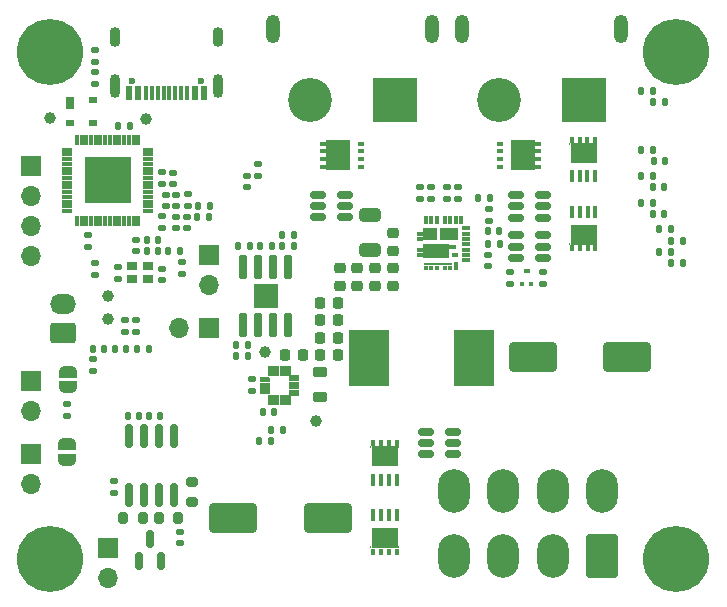
<source format=gbr>
%TF.GenerationSoftware,KiCad,Pcbnew,(7.0.0)*%
%TF.CreationDate,2023-09-07T01:40:49+01:00*%
%TF.ProjectId,PDU,5044552e-6b69-4636-9164-5f7063625858,rev?*%
%TF.SameCoordinates,Original*%
%TF.FileFunction,Soldermask,Top*%
%TF.FilePolarity,Negative*%
%FSLAX46Y46*%
G04 Gerber Fmt 4.6, Leading zero omitted, Abs format (unit mm)*
G04 Created by KiCad (PCBNEW (7.0.0)) date 2023-09-07 01:40:49*
%MOMM*%
%LPD*%
G01*
G04 APERTURE LIST*
G04 Aperture macros list*
%AMRoundRect*
0 Rectangle with rounded corners*
0 $1 Rounding radius*
0 $2 $3 $4 $5 $6 $7 $8 $9 X,Y pos of 4 corners*
0 Add a 4 corners polygon primitive as box body*
4,1,4,$2,$3,$4,$5,$6,$7,$8,$9,$2,$3,0*
0 Add four circle primitives for the rounded corners*
1,1,$1+$1,$2,$3*
1,1,$1+$1,$4,$5*
1,1,$1+$1,$6,$7*
1,1,$1+$1,$8,$9*
0 Add four rect primitives between the rounded corners*
20,1,$1+$1,$2,$3,$4,$5,0*
20,1,$1+$1,$4,$5,$6,$7,0*
20,1,$1+$1,$6,$7,$8,$9,0*
20,1,$1+$1,$8,$9,$2,$3,0*%
%AMFreePoly0*
4,1,19,0.500000,-0.750000,0.000000,-0.750000,0.000000,-0.744911,-0.071157,-0.744911,-0.207708,-0.704816,-0.327430,-0.627875,-0.420627,-0.520320,-0.479746,-0.390866,-0.500000,-0.250000,-0.500000,0.250000,-0.479746,0.390866,-0.420627,0.520320,-0.327430,0.627875,-0.207708,0.704816,-0.071157,0.744911,0.000000,0.744911,0.000000,0.750000,0.500000,0.750000,0.500000,-0.750000,0.500000,-0.750000,
$1*%
%AMFreePoly1*
4,1,19,0.000000,0.744911,0.071157,0.744911,0.207708,0.704816,0.327430,0.627875,0.420627,0.520320,0.479746,0.390866,0.500000,0.250000,0.500000,-0.250000,0.479746,-0.390866,0.420627,-0.520320,0.327430,-0.627875,0.207708,-0.704816,0.071157,-0.744911,0.000000,-0.744911,0.000000,-0.750000,-0.500000,-0.750000,-0.500000,0.750000,0.000000,0.750000,0.000000,0.744911,0.000000,0.744911,
$1*%
G04 Aperture macros list end*
%ADD10C,0.010000*%
%ADD11RoundRect,0.135000X0.185000X-0.135000X0.185000X0.135000X-0.185000X0.135000X-0.185000X-0.135000X0*%
%ADD12RoundRect,0.140000X-0.140000X-0.170000X0.140000X-0.170000X0.140000X0.170000X-0.140000X0.170000X0*%
%ADD13RoundRect,0.225000X0.225000X0.250000X-0.225000X0.250000X-0.225000X-0.250000X0.225000X-0.250000X0*%
%ADD14RoundRect,0.225000X-0.250000X0.225000X-0.250000X-0.225000X0.250000X-0.225000X0.250000X0.225000X0*%
%ADD15R,0.550000X0.300000*%
%ADD16R,0.300000X0.450000*%
%ADD17R,0.300000X0.725000*%
%ADD18R,0.725000X0.300000*%
%ADD19R,1.575000X1.050000*%
%ADD20R,1.150000X1.050000*%
%ADD21R,2.175000X1.200000*%
%ADD22R,0.580000X0.380000*%
%ADD23R,0.650000X0.455000*%
%ADD24R,2.350000X0.275000*%
%ADD25R,0.405000X0.990000*%
%ADD26R,0.405000X0.510000*%
%ADD27R,2.235000X1.725000*%
%ADD28R,0.077000X0.250000*%
%ADD29RoundRect,0.135000X-0.135000X-0.185000X0.135000X-0.185000X0.135000X0.185000X-0.135000X0.185000X0*%
%ADD30R,0.700000X1.000000*%
%ADD31R,0.700000X0.600000*%
%ADD32RoundRect,0.135000X-0.185000X0.135000X-0.185000X-0.135000X0.185000X-0.135000X0.185000X0.135000X0*%
%ADD33RoundRect,0.135000X0.135000X0.185000X-0.135000X0.185000X-0.135000X-0.185000X0.135000X-0.185000X0*%
%ADD34RoundRect,0.150000X-0.512500X-0.150000X0.512500X-0.150000X0.512500X0.150000X-0.512500X0.150000X0*%
%ADD35R,0.600000X0.400000*%
%ADD36R,0.550000X0.400000*%
%ADD37R,2.030000X2.650000*%
%ADD38C,0.600000*%
%ADD39R,0.600000X1.160000*%
%ADD40R,0.300000X1.160000*%
%ADD41O,0.900000X2.000000*%
%ADD42O,0.900000X1.700000*%
%ADD43C,1.000000*%
%ADD44RoundRect,0.150000X-0.150000X0.825000X-0.150000X-0.825000X0.150000X-0.825000X0.150000X0.825000X0*%
%ADD45RoundRect,0.250000X0.850000X0.600000X-0.850000X0.600000X-0.850000X-0.600000X0.850000X-0.600000X0*%
%ADD46O,2.200000X1.700000*%
%ADD47R,3.716000X3.716000*%
%ADD48C,3.716000*%
%ADD49O,1.200000X2.400000*%
%ADD50R,1.700000X1.700000*%
%ADD51O,1.700000X1.700000*%
%ADD52RoundRect,0.147500X0.147500X0.172500X-0.147500X0.172500X-0.147500X-0.172500X0.147500X-0.172500X0*%
%ADD53RoundRect,0.140000X0.170000X-0.140000X0.170000X0.140000X-0.170000X0.140000X-0.170000X-0.140000X0*%
%ADD54RoundRect,0.147500X-0.172500X0.147500X-0.172500X-0.147500X0.172500X-0.147500X0.172500X0.147500X0*%
%ADD55RoundRect,0.140000X0.140000X0.170000X-0.140000X0.170000X-0.140000X-0.170000X0.140000X-0.170000X0*%
%ADD56RoundRect,0.140000X-0.170000X0.140000X-0.170000X-0.140000X0.170000X-0.140000X0.170000X0.140000X0*%
%ADD57C,5.600000*%
%ADD58RoundRect,0.225000X-0.225000X-0.250000X0.225000X-0.250000X0.225000X0.250000X-0.225000X0.250000X0*%
%ADD59RoundRect,0.200000X-0.200000X-0.275000X0.200000X-0.275000X0.200000X0.275000X-0.200000X0.275000X0*%
%ADD60RoundRect,0.218750X0.381250X-0.218750X0.381250X0.218750X-0.381250X0.218750X-0.381250X-0.218750X0*%
%ADD61RoundRect,0.200000X0.275000X-0.200000X0.275000X0.200000X-0.275000X0.200000X-0.275000X-0.200000X0*%
%ADD62FreePoly0,90.000000*%
%ADD63FreePoly1,90.000000*%
%ADD64RoundRect,0.147500X0.172500X-0.147500X0.172500X0.147500X-0.172500X0.147500X-0.172500X-0.147500X0*%
%ADD65RoundRect,0.006600X0.398400X0.103400X-0.398400X0.103400X-0.398400X-0.103400X0.398400X-0.103400X0*%
%ADD66RoundRect,0.022000X0.088000X0.383000X-0.088000X0.383000X-0.088000X-0.383000X0.088000X-0.383000X0*%
%ADD67R,4.000000X4.000000*%
%ADD68FreePoly0,270.000000*%
%ADD69FreePoly1,270.000000*%
%ADD70RoundRect,0.147500X-0.147500X-0.172500X0.147500X-0.172500X0.147500X0.172500X-0.147500X0.172500X0*%
%ADD71R,0.900000X0.800000*%
%ADD72RoundRect,0.150000X0.512500X0.150000X-0.512500X0.150000X-0.512500X-0.150000X0.512500X-0.150000X0*%
%ADD73RoundRect,0.250001X1.099999X1.599999X-1.099999X1.599999X-1.099999X-1.599999X1.099999X-1.599999X0*%
%ADD74O,2.700000X3.700000*%
%ADD75RoundRect,0.250000X1.750000X1.000000X-1.750000X1.000000X-1.750000X-1.000000X1.750000X-1.000000X0*%
%ADD76R,0.400000X0.450000*%
%ADD77R,0.500000X0.450000*%
%ADD78RoundRect,0.250000X-0.650000X0.325000X-0.650000X-0.325000X0.650000X-0.325000X0.650000X0.325000X0*%
%ADD79RoundRect,0.150000X0.150000X-0.587500X0.150000X0.587500X-0.150000X0.587500X-0.150000X-0.587500X0*%
%ADD80RoundRect,0.042000X0.258000X-0.943000X0.258000X0.943000X-0.258000X0.943000X-0.258000X-0.943000X0*%
%ADD81R,2.150000X2.150000*%
%ADD82R,3.350000X4.700000*%
G04 APERTURE END LIST*
%TO.C,U4*%
G36*
X88485000Y-54920000D02*
G01*
X87760000Y-54920000D01*
X87760000Y-54520000D01*
X88485000Y-54520000D01*
X88485000Y-54920000D01*
G37*
D10*
X88485000Y-54920000D02*
X87760000Y-54920000D01*
X87760000Y-54520000D01*
X88485000Y-54520000D01*
X88485000Y-54920000D01*
G36*
X88485000Y-55420000D02*
G01*
X87760000Y-55420000D01*
X87760000Y-55020000D01*
X88485000Y-55020000D01*
X88485000Y-55420000D01*
G37*
X88485000Y-55420000D02*
X87760000Y-55420000D01*
X87760000Y-55020000D01*
X88485000Y-55020000D01*
X88485000Y-55420000D01*
G36*
X88810000Y-53845000D02*
G01*
X88410000Y-53845000D01*
X88410000Y-53120000D01*
X88810000Y-53120000D01*
X88810000Y-53845000D01*
G37*
X88810000Y-53845000D02*
X88410000Y-53845000D01*
X88410000Y-53120000D01*
X88810000Y-53120000D01*
X88810000Y-53845000D01*
G36*
X88810000Y-56320000D02*
G01*
X88410000Y-56320000D01*
X88410000Y-55595000D01*
X88810000Y-55595000D01*
X88810000Y-56320000D01*
G37*
X88810000Y-56320000D02*
X88410000Y-56320000D01*
X88410000Y-55595000D01*
X88810000Y-55595000D01*
X88810000Y-56320000D01*
G36*
X89310000Y-53845000D02*
G01*
X88910000Y-53845000D01*
X88910000Y-53120000D01*
X89310000Y-53120000D01*
X89310000Y-53845000D01*
G37*
X89310000Y-53845000D02*
X88910000Y-53845000D01*
X88910000Y-53120000D01*
X89310000Y-53120000D01*
X89310000Y-53845000D01*
G36*
X89310000Y-56320000D02*
G01*
X88910000Y-56320000D01*
X88910000Y-55595000D01*
X89310000Y-55595000D01*
X89310000Y-56320000D01*
G37*
X89310000Y-56320000D02*
X88910000Y-56320000D01*
X88910000Y-55595000D01*
X89310000Y-55595000D01*
X89310000Y-56320000D01*
G36*
X90960000Y-54945000D02*
G01*
X90235000Y-54945000D01*
X90235000Y-54495000D01*
X90960000Y-54495000D01*
X90960000Y-54945000D01*
G37*
X90960000Y-54945000D02*
X90235000Y-54945000D01*
X90235000Y-54495000D01*
X90960000Y-54495000D01*
X90960000Y-54945000D01*
G36*
X88485000Y-54155000D02*
G01*
X88485000Y-54420000D01*
X87760000Y-54420000D01*
X87760000Y-54020000D01*
X88350000Y-54020000D01*
X88485000Y-54155000D01*
G37*
X88485000Y-54155000D02*
X88485000Y-54420000D01*
X87760000Y-54420000D01*
X87760000Y-54020000D01*
X88350000Y-54020000D01*
X88485000Y-54155000D01*
G36*
X90310000Y-53787000D02*
G01*
X90209000Y-53845000D01*
X89410000Y-53845000D01*
X89410000Y-53120000D01*
X90310000Y-53120000D01*
X90310000Y-53787000D01*
G37*
X90310000Y-53787000D02*
X90209000Y-53845000D01*
X89410000Y-53845000D01*
X89410000Y-53120000D01*
X90310000Y-53120000D01*
X90310000Y-53787000D01*
G36*
X90310000Y-55653000D02*
G01*
X90310000Y-56320000D01*
X89410000Y-56320000D01*
X89410000Y-55595000D01*
X90209000Y-55595000D01*
X90310000Y-55653000D01*
G37*
X90310000Y-55653000D02*
X90310000Y-56320000D01*
X89410000Y-56320000D01*
X89410000Y-55595000D01*
X90209000Y-55595000D01*
X90310000Y-55653000D01*
G36*
X90960000Y-54295000D02*
G01*
X90235000Y-54295000D01*
X90235000Y-53903000D01*
X90336000Y-53845000D01*
X90960000Y-53845000D01*
X90960000Y-54295000D01*
G37*
X90960000Y-54295000D02*
X90235000Y-54295000D01*
X90235000Y-53903000D01*
X90336000Y-53845000D01*
X90960000Y-53845000D01*
X90960000Y-54295000D01*
G36*
X90960000Y-55595000D02*
G01*
X90336000Y-55595000D01*
X90235000Y-55537000D01*
X90235000Y-55145000D01*
X90960000Y-55145000D01*
X90960000Y-55595000D01*
G37*
X90960000Y-55595000D02*
X90336000Y-55595000D01*
X90235000Y-55537000D01*
X90235000Y-55145000D01*
X90960000Y-55145000D01*
X90960000Y-55595000D01*
%TD*%
D11*
%TO.C,R23*%
X75352980Y-63840000D03*
X75352980Y-62820000D03*
%TD*%
D12*
%TO.C,C18*%
X78358980Y-57388000D03*
X79318980Y-57388000D03*
%TD*%
D13*
%TO.C,C17*%
X94369000Y-47800000D03*
X92819000Y-47800000D03*
%TD*%
D14*
%TO.C,C34*%
X98974000Y-44805000D03*
X98974000Y-46355000D03*
%TD*%
D15*
%TO.C,IC2*%
X101263999Y-41905999D03*
X101263999Y-42355999D03*
X101263999Y-43255999D03*
X101263999Y-43705999D03*
D16*
X101813999Y-44805999D03*
X102263999Y-44805999D03*
X102713999Y-44805999D03*
X103413999Y-44805999D03*
X103863999Y-44805999D03*
D17*
X104313999Y-44668999D03*
D18*
X105225999Y-44155999D03*
X105225999Y-43705999D03*
X105225999Y-43255999D03*
X105225999Y-42805999D03*
X105225999Y-42355999D03*
X105225999Y-41905999D03*
X105225999Y-41455999D03*
D17*
X104763999Y-40793999D03*
X104313999Y-40793999D03*
X103863999Y-40793999D03*
X103413999Y-40793999D03*
X102713999Y-40793999D03*
X102263999Y-40793999D03*
X101813999Y-40793999D03*
D19*
X103775999Y-41980999D03*
D20*
X102113999Y-41980999D03*
D21*
X102625999Y-43405999D03*
D22*
X104273999Y-43720999D03*
D23*
X104038999Y-43033999D03*
D24*
X102838999Y-44443999D03*
%TD*%
D25*
%TO.C,Q8*%
X99329999Y-65719999D03*
X98669999Y-65719999D03*
X98009999Y-65719999D03*
X97349999Y-65719999D03*
D26*
X97349999Y-68829999D03*
X98009999Y-68829999D03*
X98669999Y-68829999D03*
X99329999Y-68829999D03*
D27*
X98339999Y-67711999D03*
D28*
X97183999Y-68449999D03*
X99495999Y-68449999D03*
%TD*%
D25*
%TO.C,Q10*%
X116139999Y-40059999D03*
X115479999Y-40059999D03*
X114819999Y-40059999D03*
X114159999Y-40059999D03*
D26*
X114159999Y-43169999D03*
X114819999Y-43169999D03*
X115479999Y-43169999D03*
X116139999Y-43169999D03*
D27*
X115149999Y-42051999D03*
D28*
X113993999Y-42789999D03*
X116305999Y-42789999D03*
%TD*%
D29*
%TO.C,R32*%
X122560000Y-44430000D03*
X123580000Y-44430000D03*
%TD*%
D30*
%TO.C,D1*%
X71629999Y-30829999D03*
D31*
X71629999Y-32529999D03*
X73629999Y-32529999D03*
X73629999Y-30629999D03*
%TD*%
D32*
%TO.C,R21*%
X107130000Y-39800000D03*
X107130000Y-40820000D03*
%TD*%
D33*
%TO.C,R20*%
X107190000Y-38885000D03*
X106170000Y-38885000D03*
%TD*%
D34*
%TO.C,U7*%
X109392500Y-42060000D03*
X109392500Y-43010000D03*
X109392500Y-43960000D03*
X111667500Y-43960000D03*
X111667500Y-43010000D03*
X111667500Y-42060000D03*
%TD*%
D29*
%TO.C,R14*%
X120010000Y-29800000D03*
X121030000Y-29800000D03*
%TD*%
D35*
%TO.C,Q5*%
X108084999Y-34299999D03*
X108084999Y-34949999D03*
X108084999Y-35599999D03*
X108084999Y-36249999D03*
D36*
X111309999Y-36249999D03*
X111309999Y-35599999D03*
X111309999Y-34949999D03*
X111309999Y-34299999D03*
D37*
X110019999Y-35274999D03*
%TD*%
D38*
%TO.C,J3*%
X82720000Y-28950000D03*
X76940000Y-28950000D03*
D39*
X83029999Y-30009999D03*
X82229999Y-30009999D03*
D40*
X81079999Y-30009999D03*
X80079999Y-30009999D03*
X79579999Y-30009999D03*
X78579999Y-30009999D03*
D39*
X77429999Y-30009999D03*
X76629999Y-30009999D03*
X76629999Y-30009999D03*
X77429999Y-30009999D03*
D40*
X78079999Y-30009999D03*
X79079999Y-30009999D03*
X80579999Y-30009999D03*
X81579999Y-30009999D03*
D39*
X82229999Y-30009999D03*
X83029999Y-30009999D03*
D41*
X84149999Y-29429999D03*
D42*
X84149999Y-25259999D03*
D41*
X75509999Y-29429999D03*
D42*
X75509999Y-25259999D03*
%TD*%
D43*
%TO.C,TP2*%
X70000000Y-32130000D03*
%TD*%
D33*
%TO.C,R33*%
X121010000Y-39300000D03*
X119990000Y-39300000D03*
%TD*%
D12*
%TO.C,C4*%
X82520000Y-39550000D03*
X83480000Y-39550000D03*
%TD*%
D44*
%TO.C,U5*%
X80452980Y-59080000D03*
X79182980Y-59080000D03*
X77912980Y-59080000D03*
X76642980Y-59080000D03*
X76642980Y-64030000D03*
X77912980Y-64030000D03*
X79182980Y-64030000D03*
X80452980Y-64030000D03*
%TD*%
D45*
%TO.C,J1*%
X71110000Y-50355000D03*
D46*
X71109999Y-47854999D03*
%TD*%
D29*
%TO.C,R9*%
X119990000Y-34790000D03*
X121010000Y-34790000D03*
%TD*%
D33*
%TO.C,R7*%
X121010000Y-37060000D03*
X119990000Y-37060000D03*
%TD*%
D47*
%TO.C,J7*%
X99159999Y-30569999D03*
D48*
X91960000Y-30570000D03*
D49*
X102309999Y-24569999D03*
X88809999Y-24569999D03*
%TD*%
D25*
%TO.C,Q9*%
X114149999Y-37064999D03*
X114809999Y-37064999D03*
X115469999Y-37064999D03*
X116129999Y-37064999D03*
D26*
X116129999Y-33954999D03*
X115469999Y-33954999D03*
X114809999Y-33954999D03*
X114149999Y-33954999D03*
D27*
X115139999Y-35072999D03*
D28*
X116295999Y-34334999D03*
X113983999Y-34334999D03*
%TD*%
D50*
%TO.C,ENJUMPER1*%
X83449999Y-43689999D03*
D51*
X83449999Y-46229999D03*
%TD*%
D50*
%TO.C,J2*%
X74909999Y-68559999D03*
D51*
X74909999Y-71099999D03*
%TD*%
D14*
%TO.C,C25*%
X95974000Y-44805000D03*
X95974000Y-46355000D03*
%TD*%
D52*
%TO.C,LOGICLED1*%
X121995000Y-40250000D03*
X121025000Y-40250000D03*
%TD*%
D53*
%TO.C,C42*%
X102234000Y-38946000D03*
X102234000Y-37986000D03*
%TD*%
D54*
%TO.C,L2*%
X77270000Y-42445000D03*
X77270000Y-43415000D03*
%TD*%
D55*
%TO.C,C53*%
X90590000Y-42070000D03*
X89630000Y-42070000D03*
%TD*%
D56*
%TO.C,C10*%
X73150000Y-42070000D03*
X73150000Y-43030000D03*
%TD*%
D50*
%TO.C,J8*%
X68349999Y-36199999D03*
D51*
X68349999Y-38739999D03*
X68349999Y-41279999D03*
X68349999Y-43819999D03*
%TD*%
D33*
%TO.C,R26*%
X88680000Y-59490000D03*
X87660000Y-59490000D03*
%TD*%
D57*
%TO.C,H3*%
X123000000Y-26500000D03*
%TD*%
D55*
%TO.C,C51*%
X86690000Y-52280000D03*
X85730000Y-52280000D03*
%TD*%
D11*
%TO.C,R35*%
X111710000Y-46150000D03*
X111710000Y-45130000D03*
%TD*%
D58*
%TO.C,C50*%
X89850000Y-52190000D03*
X91400000Y-52190000D03*
%TD*%
D56*
%TO.C,C5*%
X81530000Y-40470000D03*
X81530000Y-41430000D03*
%TD*%
D52*
%TO.C,DEPLED1*%
X123535000Y-42510000D03*
X122565000Y-42510000D03*
%TD*%
D55*
%TO.C,C12*%
X80960000Y-43410000D03*
X80000000Y-43410000D03*
%TD*%
D56*
%TO.C,C20*%
X81002980Y-67180000D03*
X81002980Y-68140000D03*
%TD*%
D57*
%TO.C,H1*%
X70000000Y-69500000D03*
%TD*%
D59*
%TO.C,R16*%
X79155000Y-66005000D03*
X80805000Y-66005000D03*
%TD*%
D60*
%TO.C,L5*%
X92820000Y-55752500D03*
X92820000Y-53627500D03*
%TD*%
D55*
%TO.C,C52*%
X86700000Y-51360000D03*
X85740000Y-51360000D03*
%TD*%
D11*
%TO.C,R30*%
X101284000Y-38996000D03*
X101284000Y-37976000D03*
%TD*%
D29*
%TO.C,R27*%
X121520000Y-41560000D03*
X122540000Y-41560000D03*
%TD*%
D33*
%TO.C,R36*%
X78320000Y-51660000D03*
X77300000Y-51660000D03*
%TD*%
D61*
%TO.C,R15*%
X81982980Y-64610000D03*
X81982980Y-62960000D03*
%TD*%
D33*
%TO.C,R13*%
X86910000Y-42990000D03*
X85890000Y-42990000D03*
%TD*%
D62*
%TO.C,JP2*%
X71450000Y-54935000D03*
D63*
X71450000Y-53635000D03*
%TD*%
D34*
%TO.C,U6*%
X101812500Y-58710000D03*
X101812500Y-59660000D03*
X101812500Y-60610000D03*
X104087500Y-60610000D03*
X104087500Y-59660000D03*
X104087500Y-58710000D03*
%TD*%
D11*
%TO.C,R4*%
X73820000Y-45450000D03*
X73820000Y-44430000D03*
%TD*%
D64*
%TO.C,USBLED1*%
X86650000Y-37990000D03*
X86650000Y-37020000D03*
%TD*%
D55*
%TO.C,C19*%
X77498980Y-57388000D03*
X76538980Y-57388000D03*
%TD*%
D65*
%TO.C,U2*%
X78285000Y-40000000D03*
X78285000Y-39600000D03*
X78285000Y-39200000D03*
X78285000Y-38800000D03*
X78285000Y-38400000D03*
X78285000Y-38000000D03*
X78285000Y-37600000D03*
X78285000Y-37200000D03*
X78285000Y-36800000D03*
X78285000Y-36400000D03*
X78285000Y-36000000D03*
X78285000Y-35600000D03*
X78285000Y-35200000D03*
X78285000Y-34800000D03*
D66*
X77440000Y-33955000D03*
X77040000Y-33955000D03*
X76640000Y-33955000D03*
X76240000Y-33955000D03*
X75840000Y-33955000D03*
X75440000Y-33955000D03*
X75040000Y-33955000D03*
X74640000Y-33955000D03*
X74240000Y-33955000D03*
X73840000Y-33955000D03*
X73440000Y-33955000D03*
X73040000Y-33955000D03*
X72640000Y-33955000D03*
X72240000Y-33955000D03*
D65*
X71395000Y-34800000D03*
X71395000Y-35200000D03*
X71395000Y-35600000D03*
X71395000Y-36000000D03*
X71395000Y-36400000D03*
X71395000Y-36800000D03*
X71395000Y-37200000D03*
X71395000Y-37600000D03*
X71395000Y-38000000D03*
X71395000Y-38400000D03*
X71395000Y-38800000D03*
X71395000Y-39200000D03*
X71395000Y-39600000D03*
X71395000Y-40000000D03*
D66*
X72240000Y-40845000D03*
X72640000Y-40845000D03*
X73040000Y-40845000D03*
X73440000Y-40845000D03*
X73840000Y-40845000D03*
X74240000Y-40845000D03*
X74640000Y-40845000D03*
X75040000Y-40845000D03*
X75440000Y-40845000D03*
X75840000Y-40845000D03*
X76240000Y-40845000D03*
X76640000Y-40845000D03*
X77040000Y-40845000D03*
X77440000Y-40845000D03*
D67*
X74839999Y-37399999D03*
%TD*%
D68*
%TO.C,JP1*%
X71440000Y-59760000D03*
D69*
X71440000Y-61060000D03*
%TD*%
D52*
%TO.C,3V3LED1*%
X121995000Y-38000000D03*
X121025000Y-38000000D03*
%TD*%
D14*
%TO.C,C15*%
X94484000Y-44795000D03*
X94484000Y-46345000D03*
%TD*%
D25*
%TO.C,Q7*%
X97349999Y-62729999D03*
X98009999Y-62729999D03*
X98669999Y-62729999D03*
X99329999Y-62729999D03*
D26*
X99329999Y-59619999D03*
X98669999Y-59619999D03*
X98009999Y-59619999D03*
X97349999Y-59619999D03*
D27*
X98339999Y-60737999D03*
D28*
X99495999Y-59999999D03*
X97183999Y-59999999D03*
%TD*%
D32*
%TO.C,R5*%
X77280000Y-49220000D03*
X77280000Y-50240000D03*
%TD*%
D70*
%TO.C,CANRXLED1*%
X75465000Y-51660000D03*
X76435000Y-51660000D03*
%TD*%
D71*
%TO.C,Y1*%
X78269999Y-44629999D03*
X76869999Y-44629999D03*
X76869999Y-45729999D03*
X78269999Y-45729999D03*
%TD*%
D12*
%TO.C,C1*%
X82430000Y-40490000D03*
X83390000Y-40490000D03*
%TD*%
%TO.C,C46*%
X107024000Y-41706000D03*
X107984000Y-41706000D03*
%TD*%
D29*
%TO.C,R28*%
X121500000Y-43470000D03*
X122520000Y-43470000D03*
%TD*%
D58*
%TO.C,C32*%
X92814000Y-50740000D03*
X94364000Y-50740000D03*
%TD*%
D32*
%TO.C,R12*%
X87590000Y-36000000D03*
X87590000Y-37020000D03*
%TD*%
D43*
%TO.C,TP5*%
X74900000Y-47170000D03*
%TD*%
D54*
%TO.C,TXLED1*%
X76330000Y-49245000D03*
X76330000Y-50215000D03*
%TD*%
D43*
%TO.C,TP3*%
X92490000Y-57800000D03*
%TD*%
D53*
%TO.C,C47*%
X107054000Y-44656000D03*
X107054000Y-43696000D03*
%TD*%
D33*
%TO.C,R24*%
X89720000Y-58540000D03*
X88700000Y-58540000D03*
%TD*%
D50*
%TO.C,J6*%
X68389999Y-60589999D03*
D51*
X68389999Y-63129999D03*
%TD*%
D72*
%TO.C,U1*%
X111667500Y-40550000D03*
X111667500Y-39600000D03*
X111667500Y-38650000D03*
X109392500Y-38650000D03*
X109392500Y-39600000D03*
X109392500Y-40550000D03*
%TD*%
D29*
%TO.C,R22*%
X121020000Y-30740000D03*
X122040000Y-30740000D03*
%TD*%
D12*
%TO.C,C9*%
X78170000Y-42490000D03*
X79130000Y-42490000D03*
%TD*%
D73*
%TO.C,J5*%
X116740000Y-69230000D03*
D74*
X112539999Y-69229999D03*
X108339999Y-69229999D03*
X104139999Y-69229999D03*
X116739999Y-63729999D03*
X112539999Y-63729999D03*
X108339999Y-63729999D03*
X104139999Y-63729999D03*
%TD*%
D33*
%TO.C,R2*%
X88780000Y-42990000D03*
X87760000Y-42990000D03*
%TD*%
D43*
%TO.C,TP6*%
X88140000Y-51920000D03*
%TD*%
D52*
%TO.C,BATTLED1*%
X122045000Y-35740000D03*
X121075000Y-35740000D03*
%TD*%
D11*
%TO.C,R3*%
X81610000Y-39600000D03*
X81610000Y-38580000D03*
%TD*%
D75*
%TO.C,C23*%
X93472500Y-66000000D03*
X85472500Y-66000000D03*
%TD*%
D76*
%TO.C,Q1*%
X109929999Y-46194999D03*
X110729999Y-46194999D03*
D77*
X110329999Y-45044999D03*
%TD*%
D50*
%TO.C,J4*%
X68389999Y-54419999D03*
D51*
X68389999Y-56959999D03*
%TD*%
D14*
%TO.C,C38*%
X97464000Y-44795000D03*
X97464000Y-46345000D03*
%TD*%
D58*
%TO.C,C30*%
X92814000Y-52200000D03*
X94364000Y-52200000D03*
%TD*%
D53*
%TO.C,C8*%
X80340000Y-37720000D03*
X80340000Y-36760000D03*
%TD*%
D56*
%TO.C,C6*%
X79410000Y-40450000D03*
X79410000Y-41410000D03*
%TD*%
D12*
%TO.C,C7*%
X78170000Y-43410000D03*
X79130000Y-43410000D03*
%TD*%
D35*
%TO.C,Q6*%
X96309999Y-36249999D03*
X96309999Y-35599999D03*
X96309999Y-34949999D03*
X96309999Y-34299999D03*
D36*
X93084999Y-34299999D03*
X93084999Y-34949999D03*
X93084999Y-35599999D03*
X93084999Y-36249999D03*
D37*
X94374999Y-35274999D03*
%TD*%
D32*
%TO.C,R1*%
X87060000Y-54230000D03*
X87060000Y-55250000D03*
%TD*%
D78*
%TO.C,C40*%
X97080000Y-40315000D03*
X97080000Y-43265000D03*
%TD*%
D43*
%TO.C,TP1*%
X78130000Y-32180000D03*
%TD*%
D32*
%TO.C,R6*%
X79410000Y-36730000D03*
X79410000Y-37750000D03*
%TD*%
D12*
%TO.C,C11*%
X75740000Y-32830000D03*
X76700000Y-32830000D03*
%TD*%
D11*
%TO.C,R11*%
X73750000Y-29270000D03*
X73750000Y-28250000D03*
%TD*%
D43*
%TO.C,TP4*%
X74860000Y-49180000D03*
%TD*%
D11*
%TO.C,R31*%
X104540000Y-39010000D03*
X104540000Y-37990000D03*
%TD*%
%TO.C,R34*%
X108950000Y-46160000D03*
X108950000Y-45140000D03*
%TD*%
D55*
%TO.C,C49*%
X88960000Y-57010000D03*
X88000000Y-57010000D03*
%TD*%
D14*
%TO.C,C44*%
X98980000Y-41825000D03*
X98980000Y-43375000D03*
%TD*%
D11*
%TO.C,R8*%
X81120000Y-45310000D03*
X81120000Y-44290000D03*
%TD*%
D52*
%TO.C,CANTXLED1*%
X74575000Y-51660000D03*
X73605000Y-51660000D03*
%TD*%
D34*
%TO.C,U8*%
X92695000Y-38600000D03*
X92695000Y-39550000D03*
X92695000Y-40500000D03*
X94970000Y-40500000D03*
X94970000Y-39550000D03*
X94970000Y-38600000D03*
%TD*%
D79*
%TO.C,D2*%
X77500000Y-69602500D03*
X79400000Y-69602500D03*
X78450000Y-67727500D03*
%TD*%
D56*
%TO.C,C2*%
X80670000Y-38600000D03*
X80670000Y-39560000D03*
%TD*%
D59*
%TO.C,R17*%
X76185000Y-66015000D03*
X77835000Y-66015000D03*
%TD*%
D50*
%TO.C,BOOTJUMPER1*%
X83444999Y-49859999D03*
D51*
X80904999Y-49859999D03*
%TD*%
D11*
%TO.C,R19*%
X73630000Y-53570000D03*
X73630000Y-52550000D03*
%TD*%
D32*
%TO.C,R29*%
X103560000Y-37980000D03*
X103560000Y-39000000D03*
%TD*%
D33*
%TO.C,R25*%
X108034000Y-42796000D03*
X107014000Y-42796000D03*
%TD*%
D56*
%TO.C,C14*%
X79470000Y-44870000D03*
X79470000Y-45830000D03*
%TD*%
%TO.C,C3*%
X79750000Y-38610000D03*
X79750000Y-39570000D03*
%TD*%
D80*
%TO.C,U10*%
X86330000Y-49650000D03*
X87600000Y-49650000D03*
X88870000Y-49650000D03*
X90140000Y-49650000D03*
X90140000Y-44710000D03*
X88870000Y-44710000D03*
X87600000Y-44710000D03*
X86330000Y-44710000D03*
D81*
X88234999Y-47179999D03*
%TD*%
D53*
%TO.C,C13*%
X75710000Y-45720000D03*
X75710000Y-44760000D03*
%TD*%
D58*
%TO.C,C36*%
X92809000Y-49260000D03*
X94359000Y-49260000D03*
%TD*%
D54*
%TO.C,L1*%
X80600000Y-40465000D03*
X80600000Y-41435000D03*
%TD*%
D55*
%TO.C,C54*%
X90600000Y-43000000D03*
X89640000Y-43000000D03*
%TD*%
D57*
%TO.C,H2*%
X70000000Y-26500000D03*
%TD*%
D47*
%TO.C,J9*%
X115169999Y-30559999D03*
D48*
X107970000Y-30560000D03*
D49*
X118319999Y-24559999D03*
X104819999Y-24559999D03*
%TD*%
D57*
%TO.C,H4*%
X123000000Y-69500000D03*
%TD*%
D75*
%TO.C,C24*%
X118832500Y-52340000D03*
X110832500Y-52340000D03*
%TD*%
D82*
%TO.C,L3*%
X96999999Y-52469999D03*
X105899999Y-52469999D03*
%TD*%
D11*
%TO.C,R18*%
X71440000Y-57385000D03*
X71440000Y-56365000D03*
%TD*%
%TO.C,R10*%
X73750000Y-27400000D03*
X73750000Y-26380000D03*
%TD*%
M02*

</source>
